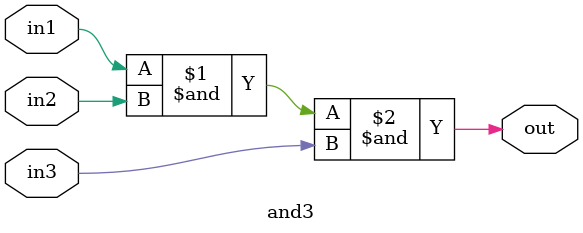
<source format=v>
/*
    CS/ECE 552 Spring '23
    Homework #1, Problem 2

    3 input AND
*/
`default_nettype none
module and3 (out,in1,in2,in3);
    output wire out;
    input wire in1,in2,in3;
    assign out = (in1 & in2 & in3);
endmodule
`default_nettype wire

</source>
